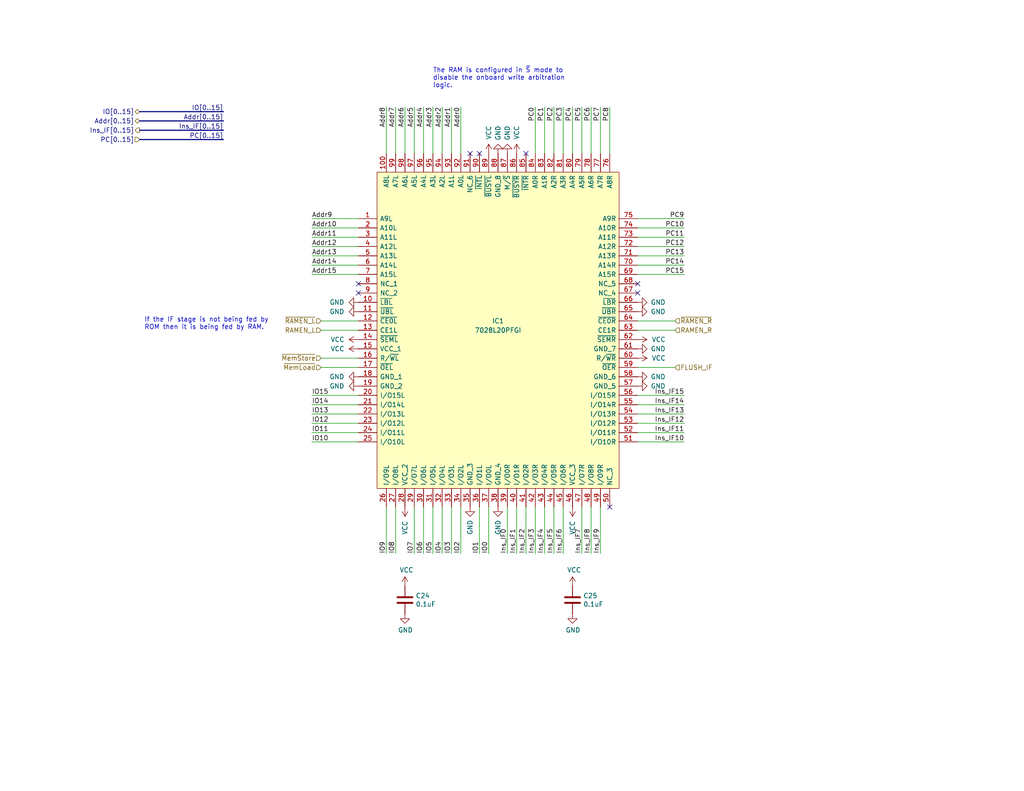
<source format=kicad_sch>
(kicad_sch (version 20250114) (generator "eeschema") (generator_version "9.0")
  (paper "USLetter")
  (title_block (title "Turtle16: RAM") (date "2023-11-25") (rev "A") (comment 3 "instruction on the second read port.") (comment 4 "RAM is implemented with a 64K x 16 dual port SRAM so that the IF stage can fetch an"))
  (lib_symbols
    (symbol "Device:C" (pin_numbers (hide yes)) (pin_names (offset 0.254))
      (property "Reference" "C" (at 0.635 2.54 0))
      (property "Value" "C" (at 0.635 -2.54 0))
      (symbol "C_0_1"
        (polyline (pts (xy -2.032 0.762) (xy 2.032 0.762)) (stroke (width 0.508)))
        (polyline (pts (xy -2.032 -0.762) (xy 2.032 -0.762)) (stroke (width 0.508)))
      )
      (symbol "C_1_1"
        (pin passive line (at 0 3.81 270) (length 2.794) (name "~") (number "1"))
        (pin passive line (at 0 -3.81 90) (length 2.794) (name "~") (number "2"))
      )
    )
    (symbol "Turtle16:7028L20PFGI" (pin_names (offset 0.762))
      (property "Reference" "U" (at 38.1 -27.94 0))
      (property "Value" "7028L20PFGI" (at 38.1 -30.48 0))
      (symbol "7028L20PFGI_0_0"
        (pin passive line (at 0 0 0) (length 5.08) (name "A9L") (number "1"))
        (pin passive line (at 0 -2.54 0) (length 5.08) (name "A10L") (number "2"))
        (pin passive line (at 0 -5.08 0) (length 5.08) (name "A11L") (number "3"))
        (pin passive line (at 0 -7.62 0) (length 5.08) (name "A12L") (number "4"))
        (pin passive line (at 0 -10.16 0) (length 5.08) (name "A13L") (number "5"))
        (pin passive line (at 0 -12.7 0) (length 5.08) (name "A14L") (number "6"))
        (pin passive line (at 0 -15.24 0) (length 5.08) (name "A15L") (number "7"))
        (pin passive line (at 0 -17.78 0) (length 5.08) (name "NC_1") (number "8"))
        (pin passive line (at 0 -20.32 0) (length 5.08) (name "NC_2") (number "9"))
        (pin passive line (at 0 -22.86 0) (length 5.08) (name "~{LBL}") (number "10"))
        (pin passive line (at 0 -25.4 0) (length 5.08) (name "~{UBL}") (number "11"))
        (pin passive line (at 0 -27.94 0) (length 5.08) (name "~{CE0L}") (number "12"))
        (pin passive line (at 0 -30.48 0) (length 5.08) (name "CE1L") (number "13"))
        (pin passive line (at 0 -33.02 0) (length 5.08) (name "~{SEML}") (number "14"))
        (pin passive line (at 0 -35.56 0) (length 5.08) (name "VCC_1") (number "15"))
        (pin passive line (at 0 -38.1 0) (length 5.08) (name "R/~{WL}") (number "16"))
        (pin passive line (at 0 -40.64 0) (length 5.08) (name "~{OEL}") (number "17"))
        (pin passive line (at 0 -43.18 0) (length 5.08) (name "GND_1") (number "18"))
        (pin passive line (at 0 -45.72 0) (length 5.08) (name "GND_2") (number "19"))
        (pin passive line (at 0 -48.26 0) (length 5.08) (name "I/O15L") (number "20"))
        (pin passive line (at 0 -50.8 0) (length 5.08) (name "I/O14L") (number "21"))
        (pin passive line (at 0 -53.34 0) (length 5.08) (name "I/O13L") (number "22"))
        (pin passive line (at 0 -55.88 0) (length 5.08) (name "I/O12L") (number "23"))
        (pin passive line (at 0 -58.42 0) (length 5.08) (name "I/O11L") (number "24"))
        (pin passive line (at 0 -60.96 0) (length 5.08) (name "I/O10L") (number "25"))
        (pin passive line (at 7.62 17.78 270) (length 5.08) (name "A8L") (number "100"))
        (pin passive line (at 7.62 -78.74 90) (length 5.08) (name "I/O9L") (number "26"))
        (pin passive line (at 10.16 17.78 270) (length 5.08) (name "A7L") (number "99"))
        (pin passive line (at 10.16 -78.74 90) (length 5.08) (name "I/O8L") (number "27"))
        (pin passive line (at 12.7 17.78 270) (length 5.08) (name "A6L") (number "98"))
        (pin passive line (at 12.7 -78.74 90) (length 5.08) (name "VCC_2") (number "28"))
        (pin passive line (at 15.24 17.78 270) (length 5.08) (name "A5L") (number "97"))
        (pin passive line (at 15.24 -78.74 90) (length 5.08) (name "I/O7L") (number "29"))
        (pin passive line (at 17.78 17.78 270) (length 5.08) (name "A4L") (number "96"))
        (pin passive line (at 17.78 -78.74 90) (length 5.08) (name "I/O6L") (number "30"))
        (pin passive line (at 20.32 17.78 270) (length 5.08) (name "A3L") (number "95"))
        (pin passive line (at 20.32 -78.74 90) (length 5.08) (name "I/O5L") (number "31"))
        (pin passive line (at 22.86 17.78 270) (length 5.08) (name "A2L") (number "94"))
        (pin passive line (at 22.86 -78.74 90) (length 5.08) (name "I/O4L") (number "32"))
        (pin passive line (at 25.4 17.78 270) (length 5.08) (name "A1L") (number "93"))
        (pin passive line (at 25.4 -78.74 90) (length 5.08) (name "I/O3L") (number "33"))
        (pin passive line (at 27.94 17.78 270) (length 5.08) (name "A0L") (number "92"))
        (pin passive line (at 27.94 -78.74 90) (length 5.08) (name "I/O2L") (number "34"))
        (pin passive line (at 30.48 17.78 270) (length 5.08) (name "NC_6") (number "91"))
        (pin passive line (at 30.48 -78.74 90) (length 5.08) (name "GND_3") (number "35"))
        (pin passive line (at 33.02 17.78 270) (length 5.08) (name "~{INTL}") (number "90"))
        (pin passive line (at 33.02 -78.74 90) (length 5.08) (name "I/O1L") (number "36"))
        (pin passive line (at 35.56 17.78 270) (length 5.08) (name "~{BUSYL}") (number "89"))
        (pin passive line (at 35.56 -78.74 90) (length 5.08) (name "I/O0L") (number "37"))
        (pin passive line (at 38.1 17.78 270) (length 5.08) (name "GND_8") (number "88"))
        (pin passive line (at 38.1 -78.74 90) (length 5.08) (name "GND_4") (number "38"))
        (pin passive line (at 40.64 17.78 270) (length 5.08) (name "M/~{S}") (number "87"))
        (pin passive line (at 40.64 -78.74 90) (length 5.08) (name "I/O0R") (number "39"))
        (pin passive line (at 43.18 17.78 270) (length 5.08) (name "~{BUSYR}") (number "86"))
        (pin passive line (at 43.18 -78.74 90) (length 5.08) (name "I/O1R") (number "40"))
        (pin passive line (at 45.72 17.78 270) (length 5.08) (name "~{INTR}") (number "85"))
        (pin passive line (at 45.72 -78.74 90) (length 5.08) (name "I/O2R") (number "41"))
        (pin passive line (at 48.26 17.78 270) (length 5.08) (name "A0R") (number "84"))
        (pin passive line (at 48.26 -78.74 90) (length 5.08) (name "I/O3R") (number "42"))
        (pin passive line (at 50.8 17.78 270) (length 5.08) (name "A1R") (number "83"))
        (pin passive line (at 50.8 -78.74 90) (length 5.08) (name "I/O4R") (number "43"))
        (pin passive line (at 53.34 17.78 270) (length 5.08) (name "A2R") (number "82"))
        (pin passive line (at 53.34 -78.74 90) (length 5.08) (name "I/O5R") (number "44"))
        (pin passive line (at 55.88 17.78 270) (length 5.08) (name "A3R") (number "81"))
        (pin passive line (at 55.88 -78.74 90) (length 5.08) (name "I/O6R") (number "45"))
        (pin passive line (at 58.42 17.78 270) (length 5.08) (name "A4R") (number "80"))
        (pin passive line (at 58.42 -78.74 90) (length 5.08) (name "VCC_3") (number "46"))
        (pin passive line (at 60.96 17.78 270) (length 5.08) (name "A5R") (number "79"))
        (pin passive line (at 60.96 -78.74 90) (length 5.08) (name "I/O7R") (number "47"))
        (pin passive line (at 63.5 17.78 270) (length 5.08) (name "A6R") (number "78"))
        (pin passive line (at 63.5 -78.74 90) (length 5.08) (name "I/O8R") (number "48"))
        (pin passive line (at 66.04 17.78 270) (length 5.08) (name "A7R") (number "77"))
        (pin passive line (at 66.04 -78.74 90) (length 5.08) (name "I/O9R") (number "49"))
        (pin passive line (at 68.58 17.78 270) (length 5.08) (name "A8R") (number "76"))
        (pin passive line (at 68.58 -78.74 90) (length 5.08) (name "NC_3") (number "50"))
        (pin passive line (at 76.2 0 180) (length 5.08) (name "A9R") (number "75"))
        (pin passive line (at 76.2 -2.54 180) (length 5.08) (name "A10R") (number "74"))
        (pin passive line (at 76.2 -5.08 180) (length 5.08) (name "A11R") (number "73"))
        (pin passive line (at 76.2 -7.62 180) (length 5.08) (name "A12R") (number "72"))
        (pin passive line (at 76.2 -10.16 180) (length 5.08) (name "A13R") (number "71"))
        (pin passive line (at 76.2 -12.7 180) (length 5.08) (name "A14R") (number "70"))
        (pin passive line (at 76.2 -15.24 180) (length 5.08) (name "A15R") (number "69"))
        (pin passive line (at 76.2 -17.78 180) (length 5.08) (name "NC_5") (number "68"))
        (pin passive line (at 76.2 -20.32 180) (length 5.08) (name "NC_4") (number "67"))
        (pin passive line (at 76.2 -22.86 180) (length 5.08) (name "~{LBR}") (number "66"))
        (pin passive line (at 76.2 -25.4 180) (length 5.08) (name "~{UBR}") (number "65"))
        (pin passive line (at 76.2 -27.94 180) (length 5.08) (name "~{CE0R}") (number "64"))
        (pin passive line (at 76.2 -30.48 180) (length 5.08) (name "CE1R") (number "63"))
        (pin passive line (at 76.2 -33.02 180) (length 5.08) (name "~{SEMR}") (number "62"))
        (pin passive line (at 76.2 -35.56 180) (length 5.08) (name "GND_7") (number "61"))
        (pin passive line (at 76.2 -38.1 180) (length 5.08) (name "R/~{WR}") (number "60"))
        (pin passive line (at 76.2 -40.64 180) (length 5.08) (name "~{OER}") (number "59"))
        (pin passive line (at 76.2 -43.18 180) (length 5.08) (name "GND_6") (number "58"))
        (pin passive line (at 76.2 -45.72 180) (length 5.08) (name "GND_5") (number "57"))
        (pin passive line (at 76.2 -48.26 180) (length 5.08) (name "I/O15R") (number "56"))
        (pin passive line (at 76.2 -50.8 180) (length 5.08) (name "I/O14R") (number "55"))
        (pin passive line (at 76.2 -53.34 180) (length 5.08) (name "I/O13R") (number "54"))
        (pin passive line (at 76.2 -55.88 180) (length 5.08) (name "I/O12R") (number "53"))
        (pin passive line (at 76.2 -58.42 180) (length 5.08) (name "I/O11R") (number "52"))
        (pin passive line (at 76.2 -60.96 180) (length 5.08) (name "I/O10R") (number "51"))
      )
      (symbol "7028L20PFGI_0_1"
        (polyline (pts (xy 5.08 12.7) (xy 71.12 12.7) (xy 71.12 -73.66) (xy 5.08 -73.66) (xy 5.08 12.7)) (stroke (width 0.1524)) (fill (type background)))
      )
    )
    (symbol "power:GND" (power) (pin_names (offset 0))
      (property "Value" "GND" (at 0 -3.81 0))
      (symbol "GND_0_1"
        (polyline (pts (xy 0 0) (xy 0 -1.27) (xy 1.27 -1.27) (xy 0 -2.54) (xy -1.27 -1.27) (xy 0 -1.27)))
      )
      (symbol "GND_1_1"
        (pin power_in line (at 0 0 270) (length 0) (hide yes) (name "GND") (number "1"))
      )
    )
    (symbol "power:VCC" (power) (pin_names (offset 0))
      (property "Value" "VCC" (at 0 3.81 0))
      (symbol "VCC_0_1"
        (polyline (pts (xy -0.762 1.27) (xy 0 2.54)))
        (polyline (pts (xy 0 2.54) (xy 0.762 1.27)))
        (polyline (pts (xy 0 0) (xy 0 2.54)))
      )
      (symbol "VCC_1_1"
        (pin power_in line (at 0 0 90) (length 0) (hide yes) (name "VCC") (number "1"))
      )
    )
  )
  (text "The RAM is configured in ~{S} mode to\ndisable the onboard write arbitration\nlogic." (at 118.11 24.13 0) (effects (font (size 1.27 1.27)) (justify left bottom)))
  (text "If the IF stage is not being fed by\nROM then it is being fed by RAM." (at 39.37 90.17 0) (effects (font (size 1.27 1.27)) (justify left bottom)))
  (no_connect (at 143.51 41.91))
  (no_connect (at 130.81 41.91))
  (no_connect (at 97.79 77.47))
  (no_connect (at 97.79 80.01))
  (no_connect (at 166.37 138.43))
  (no_connect (at 128.27 41.91))
  (no_connect (at 173.99 77.47))
  (no_connect (at 173.99 80.01))
  (wire (pts (xy 166.37 29.21) (xy 166.37 41.91)))
  (wire (pts (xy 186.69 120.65) (xy 173.99 120.65)))
  (wire (pts (xy 85.09 107.95) (xy 97.79 107.95)))
  (wire (pts (xy 184.15 87.63) (xy 173.99 87.63)))
  (wire (pts (xy 120.65 151.13) (xy 120.65 138.43)))
  (wire (pts (xy 130.81 151.13) (xy 130.81 138.43)))
  (wire (pts (xy 153.67 151.13) (xy 153.67 138.43)))
  (wire (pts (xy 110.49 29.21) (xy 110.49 41.91)))
  (wire (pts (xy 118.11 151.13) (xy 118.11 138.43)))
  (bus (pts (xy 38.1 35.56) (xy 60.96 35.56)))
  (wire (pts (xy 105.41 29.21) (xy 105.41 41.91)))
  (wire (pts (xy 153.67 29.21) (xy 153.67 41.91)))
  (wire (pts (xy 148.59 29.21) (xy 148.59 41.91)))
  (wire (pts (xy 186.69 118.11) (xy 173.99 118.11)))
  (wire (pts (xy 85.09 62.23) (xy 97.79 62.23)))
  (wire (pts (xy 85.09 72.39) (xy 97.79 72.39)))
  (wire (pts (xy 85.09 113.03) (xy 97.79 113.03)))
  (wire (pts (xy 115.57 151.13) (xy 115.57 138.43)))
  (wire (pts (xy 186.69 72.39) (xy 173.99 72.39)))
  (wire (pts (xy 161.29 151.13) (xy 161.29 138.43)))
  (wire (pts (xy 158.75 29.21) (xy 158.75 41.91)))
  (wire (pts (xy 85.09 67.31) (xy 97.79 67.31)))
  (wire (pts (xy 186.69 69.85) (xy 173.99 69.85)))
  (wire (pts (xy 186.69 64.77) (xy 173.99 64.77)))
  (wire (pts (xy 186.69 74.93) (xy 173.99 74.93)))
  (wire (pts (xy 133.35 151.13) (xy 133.35 138.43)))
  (wire (pts (xy 107.95 151.13) (xy 107.95 138.43)))
  (wire (pts (xy 115.57 29.21) (xy 115.57 41.91)))
  (wire (pts (xy 87.63 90.17) (xy 97.79 90.17)))
  (wire (pts (xy 163.83 151.13) (xy 163.83 138.43)))
  (wire (pts (xy 85.09 115.57) (xy 97.79 115.57)))
  (wire (pts (xy 156.21 29.21) (xy 156.21 41.91)))
  (wire (pts (xy 85.09 64.77) (xy 97.79 64.77)))
  (wire (pts (xy 123.19 29.21) (xy 123.19 41.91)))
  (wire (pts (xy 118.11 29.21) (xy 118.11 41.91)))
  (wire (pts (xy 184.15 90.17) (xy 173.99 90.17)))
  (wire (pts (xy 186.69 62.23) (xy 173.99 62.23)))
  (wire (pts (xy 186.69 115.57) (xy 173.99 115.57)))
  (wire (pts (xy 107.95 29.21) (xy 107.95 41.91)))
  (wire (pts (xy 186.69 67.31) (xy 173.99 67.31)))
  (wire (pts (xy 158.75 151.13) (xy 158.75 138.43)))
  (wire (pts (xy 113.03 151.13) (xy 113.03 138.43)))
  (bus (pts (xy 38.1 38.1) (xy 60.96 38.1)))
  (wire (pts (xy 186.69 107.95) (xy 173.99 107.95)))
  (wire (pts (xy 85.09 120.65) (xy 97.79 120.65)))
  (wire (pts (xy 123.19 151.13) (xy 123.19 138.43)))
  (wire (pts (xy 161.29 29.21) (xy 161.29 41.91)))
  (wire (pts (xy 151.13 29.21) (xy 151.13 41.91)))
  (wire (pts (xy 85.09 74.93) (xy 97.79 74.93)))
  (wire (pts (xy 105.41 151.13) (xy 105.41 138.43)))
  (wire (pts (xy 87.63 97.79) (xy 97.79 97.79)))
  (wire (pts (xy 163.83 29.21) (xy 163.83 41.91)))
  (wire (pts (xy 148.59 151.13) (xy 148.59 138.43)))
  (wire (pts (xy 140.97 151.13) (xy 140.97 138.43)))
  (wire (pts (xy 113.03 29.21) (xy 113.03 41.91)))
  (wire (pts (xy 186.69 110.49) (xy 173.99 110.49)))
  (wire (pts (xy 125.73 29.21) (xy 125.73 41.91)))
  (wire (pts (xy 85.09 118.11) (xy 97.79 118.11)))
  (wire (pts (xy 146.05 29.21) (xy 146.05 41.91)))
  (wire (pts (xy 120.65 29.21) (xy 120.65 41.91)))
  (wire (pts (xy 85.09 69.85) (xy 97.79 69.85)))
  (wire (pts (xy 143.51 151.13) (xy 143.51 138.43)))
  (wire (pts (xy 85.09 110.49) (xy 97.79 110.49)))
  (wire (pts (xy 151.13 151.13) (xy 151.13 138.43)))
  (wire (pts (xy 146.05 151.13) (xy 146.05 138.43)))
  (wire (pts (xy 184.15 100.33) (xy 173.99 100.33)))
  (bus (pts (xy 38.1 30.48) (xy 60.96 30.48)))
  (wire (pts (xy 125.73 151.13) (xy 125.73 138.43)))
  (wire (pts (xy 87.63 100.33) (xy 97.79 100.33)))
  (bus (pts (xy 38.1 33.02) (xy 60.96 33.02)))
  (wire (pts (xy 87.63 87.63) (xy 97.79 87.63)))
  (wire (pts (xy 186.69 113.03) (xy 173.99 113.03)))
  (wire (pts (xy 85.09 59.69) (xy 97.79 59.69)))
  (wire (pts (xy 186.69 59.69) (xy 173.99 59.69)))
  (wire (pts (xy 138.43 151.13) (xy 138.43 138.43)))
  (label "Ins_IF8" (at 161.29 151.13 90))
  (label "Ins_IF1" (at 140.97 151.13 90))
  (label "Addr0" (at 125.73 29.21 270))
  (label "IO0" (at 133.35 151.13 90))
  (label "Ins_IF4" (at 148.59 151.13 90))
  (label "PC1" (at 148.59 29.21 270))
  (label "IO5" (at 118.11 151.13 90))
  (label "Ins_IF7" (at 158.75 151.13 90))
  (label "IO2" (at 125.73 151.13 90))
  (label "Addr2" (at 120.65 29.21 270))
  (label "IO[0..15]" (at 60.96 30.48 180))
  (label "Ins_IF3" (at 146.05 151.13 90))
  (label "Ins_IF14" (at 186.69 110.49 180))
  (label "Ins_IF6" (at 153.67 151.13 90))
  (label "Ins_IF11" (at 186.69 118.11 180))
  (label "IO14" (at 85.09 110.49 0))
  (label "PC7" (at 163.83 29.21 270))
  (label "PC13" (at 186.69 69.85 180))
  (label "PC15" (at 186.69 74.93 180))
  (label "Ins_IF12" (at 186.69 115.57 180))
  (label "Addr9" (at 85.09 59.69 0))
  (label "Addr6" (at 110.49 29.21 270))
  (label "Addr13" (at 85.09 69.85 0))
  (label "PC[0..15]" (at 60.96 38.1 180))
  (label "Addr7" (at 107.95 29.21 270))
  (label "IO13" (at 85.09 113.03 0))
  (label "PC4" (at 156.21 29.21 270))
  (label "Ins_IF15" (at 186.69 107.95 180))
  (label "Addr14" (at 85.09 72.39 0))
  (label "Addr11" (at 85.09 64.77 0))
  (label "Ins_IF0" (at 138.43 151.13 90))
  (label "IO1" (at 130.81 151.13 90))
  (label "IO15" (at 85.09 107.95 0))
  (label "Ins_IF[0..15]" (at 60.96 35.56 180))
  (label "Addr15" (at 85.09 74.93 0))
  (label "PC9" (at 186.69 59.69 180))
  (label "Ins_IF2" (at 143.51 151.13 90))
  (label "Ins_IF10" (at 186.69 120.65 180))
  (label "IO8" (at 107.95 151.13 90))
  (label "IO6" (at 115.57 151.13 90))
  (label "Ins_IF5" (at 151.13 151.13 90))
  (label "Ins_IF9" (at 163.83 151.13 90))
  (label "PC5" (at 158.75 29.21 270))
  (label "IO7" (at 113.03 151.13 90))
  (label "Addr12" (at 85.09 67.31 0))
  (label "Addr1" (at 123.19 29.21 270))
  (label "Addr10" (at 85.09 62.23 0))
  (label "IO11" (at 85.09 118.11 0))
  (label "PC2" (at 151.13 29.21 270))
  (label "PC0" (at 146.05 29.21 270))
  (label "PC6" (at 161.29 29.21 270))
  (label "Ins_IF13" (at 186.69 113.03 180))
  (label "IO4" (at 120.65 151.13 90))
  (label "PC10" (at 186.69 62.23 180))
  (label "Addr3" (at 118.11 29.21 270))
  (label "PC3" (at 153.67 29.21 270))
  (label "PC14" (at 186.69 72.39 180))
  (label "IO12" (at 85.09 115.57 0))
  (label "Addr[0..15]" (at 60.96 33.02 180))
  (label "Addr4" (at 115.57 29.21 270))
  (label "Addr5" (at 113.03 29.21 270))
  (label "PC11" (at 186.69 64.77 180))
  (label "Addr8" (at 105.41 29.21 270))
  (label "IO3" (at 123.19 151.13 90))
  (label "PC12" (at 186.69 67.31 180))
  (label "PC8" (at 166.37 29.21 270))
  (label "IO9" (at 105.41 151.13 90))
  (label "IO10" (at 85.09 120.65 0))
  (hierarchical_label "~{RAMEN_R}" (shape input) (at 184.15 87.63 0))
  (hierarchical_label "IO[0..15]" (shape tri_state) (at 38.1 30.48 180))
  (hierarchical_label "RAMEN_R" (shape input) (at 184.15 90.17 0))
  (hierarchical_label "PC[0..15]" (shape input) (at 38.1 38.1 180))
  (hierarchical_label "FLUSH_IF" (shape input) (at 184.15 100.33 0))
  (hierarchical_label "~{RAMEN_L}" (shape input) (at 87.63 87.63 180))
  (hierarchical_label "Addr[0..15]" (shape tri_state) (at 38.1 33.02 180))
  (hierarchical_label "RAMEN_L" (shape input) (at 87.63 90.17 180))
  (hierarchical_label "Ins_IF[0..15]" (shape output) (at 38.1 35.56 180))
  (hierarchical_label "~{MemStore}" (shape input) (at 87.63 97.79 180))
  (hierarchical_label "~{MemLoad}" (shape input) (at 87.63 100.33 180))
  (symbol (lib_id "power:GND") (at 135.89 138.43 0) (unit 1)
    (property "Reference" "#PWR0134" (effects (hide yes)))
    (property "Value" "GND" (at 135.89 146.05 90) (effects (justify left)))
  )
  (symbol (lib_id "power:VCC") (at 156.21 138.43 0) (mirror x) (unit 1)
    (property "Reference" "#PWR0137" (effects (hide yes)))
    (property "Value" "VCC" (at 156.21 146.05 90) (effects (justify right)))
  )
  (symbol (lib_id "power:VCC") (at 133.35 41.91 0) (mirror y) (unit 1)
    (property "Reference" "#PWR0132" (effects (hide yes)))
    (property "Value" "VCC" (at 133.35 34.29 90) (effects (justify right)))
  )
  (symbol (lib_id "power:GND") (at 173.99 95.25 90) (unit 1)
    (property "Reference" "#PWR0143" (effects (hide yes)))
    (property "Value" "GND" (at 181.61 95.25 90) (effects (justify left)))
  )
  (symbol (lib_id "power:GND") (at 110.49 167.64 0) (unit 1)
    (property "Reference" "#PWR0130" (effects (hide yes)))
    (property "Value" "GND" (at 110.617 172.0342 0))
  )
  (symbol (lib_id "Device:C") (at 110.49 163.83 0) (unit 1)
    (property "Reference" "C24" (at 113.411 162.6616 0) (effects (justify left)))
    (property "Value" "0.1uF" (at 113.411 164.973 0) (effects (justify left)))
    (property "Footprint" "Capacitor_SMD:C_0603_1608Metric" (effects (hide yes)))
    (property "Datasheet" "https://www.mouser.com/datasheet/2/396/taiyo_yuden_12132018_mlcc11_hq_e-1510082.pdf" (effects (hide yes)))
    (property "Manufacturer" "Taiyo Yuden" (effects (hide yes)))
    (property "Manufacturer#" "EMK107B7104KAHT" (effects (hide yes)))
    (property "Mouser#" "963-EMK107B7104KAHT" (effects (hide yes)))
    (property "Digikey#" "587-6004-1-ND" (effects (hide yes)))
  )
  (symbol (lib_id "power:VCC") (at 173.99 92.71 270) (mirror x) (unit 1)
    (property "Reference" "#PWR0142" (effects (hide yes)))
    (property "Value" "VCC" (at 177.8 92.7099 90) (effects (justify left)))
  )
  (symbol (lib_id "power:VCC") (at 97.79 92.71 90) (mirror x) (unit 1)
    (property "Reference" "#PWR0124" (effects (hide yes)))
    (property "Value" "VCC" (at 90.17 92.71 90) (effects (justify right)))
  )
  (symbol (lib_id "power:VCC") (at 97.79 95.25 90) (mirror x) (unit 1)
    (property "Reference" "#PWR0125" (effects (hide yes)))
    (property "Value" "VCC" (at 90.17 95.25 90) (effects (justify right)))
  )
  (symbol (lib_id "power:GND") (at 173.99 82.55 90) (unit 1)
    (property "Reference" "#PWR0140" (effects (hide yes)))
    (property "Value" "GND" (at 181.61 82.55 90) (effects (justify left)))
  )
  (symbol (lib_id "power:GND") (at 173.99 102.87 90) (unit 1)
    (property "Reference" "#PWR0145" (effects (hide yes)))
    (property "Value" "GND" (at 181.61 102.87 90) (effects (justify left)))
  )
  (symbol (lib_id "power:GND") (at 156.21 167.64 0) (unit 1)
    (property "Reference" "#PWR0139" (effects (hide yes)))
    (property "Value" "GND" (at 156.337 172.0342 0))
  )
  (symbol (lib_id "power:VCC") (at 156.21 160.02 0) (unit 1)
    (property "Reference" "#PWR0138" (effects (hide yes)))
    (property "Value" "VCC" (at 156.6418 155.6258 0))
  )
  (symbol (lib_id "power:GND") (at 97.79 102.87 270) (unit 1)
    (property "Reference" "#PWR0126" (effects (hide yes)))
    (property "Value" "GND" (at 93.98 102.8699 90) (effects (justify right)))
  )
  (symbol (lib_id "Turtle16:7028L20PFGI") (at 97.79 59.69 0) (unit 1)
    (property "Reference" "IC1" (at 135.89 87.63 0))
    (property "Value" "7028L20PFGI" (at 135.89 90.17 0))
    (property "Footprint" "Package_QFP:TQFP-100_14x14mm_P0.5mm" (effects (hide yes)))
    (property "Datasheet" "https://www.idt.com/document/dst/7028-data-sheet" (effects (hide yes)))
    (property "Manufacturer" "Renesas Electronics Corporation" (effects (hide yes)))
    (property "Manufacturer#" "7028L20PFGI" (effects (hide yes)))
    (property "Mouser#" "972-7028L20PFGI" (effects (hide yes)))
    (property "Digikey#" "800-3936-ND" (effects (hide yes)))
  )
  (symbol (lib_id "power:VCC") (at 140.97 41.91 0) (mirror y) (unit 1)
    (property "Reference" "#PWR0136" (effects (hide yes)))
    (property "Value" "VCC" (at 140.97 34.29 90) (effects (justify right)))
  )
  (symbol (lib_id "power:GND") (at 97.79 82.55 270) (unit 1)
    (property "Reference" "#PWR0122" (effects (hide yes)))
    (property "Value" "GND" (at 93.98 82.5499 90) (effects (justify right)))
  )
  (symbol (lib_id "power:GND") (at 97.79 105.41 270) (unit 1)
    (property "Reference" "#PWR0127" (effects (hide yes)))
    (property "Value" "GND" (at 93.98 105.4099 90) (effects (justify right)))
  )
  (symbol (lib_id "power:VCC") (at 110.49 138.43 0) (mirror x) (unit 1)
    (property "Reference" "#PWR0128" (effects (hide yes)))
    (property "Value" "VCC" (at 110.49 146.05 90) (effects (justify right)))
  )
  (symbol (lib_id "power:GND") (at 135.89 41.91 180) (unit 1)
    (property "Reference" "#PWR0133" (effects (hide yes)))
    (property "Value" "GND" (at 135.89 34.29 90) (effects (justify left)))
  )
  (symbol (lib_id "power:VCC") (at 173.99 97.79 270) (mirror x) (unit 1)
    (property "Reference" "#PWR0144" (effects (hide yes)))
    (property "Value" "VCC" (at 177.8 97.7899 90) (effects (justify left)))
  )
  (symbol (lib_id "Device:C") (at 156.21 163.83 0) (unit 1)
    (property "Reference" "C25" (at 159.131 162.6616 0) (effects (justify left)))
    (property "Value" "0.1uF" (at 159.131 164.973 0) (effects (justify left)))
    (property "Footprint" "Capacitor_SMD:C_0603_1608Metric" (effects (hide yes)))
    (property "Datasheet" "https://www.mouser.com/datasheet/2/396/taiyo_yuden_12132018_mlcc11_hq_e-1510082.pdf" (effects (hide yes)))
    (property "Manufacturer" "Taiyo Yuden" (effects (hide yes)))
    (property "Manufacturer#" "EMK107B7104KAHT" (effects (hide yes)))
    (property "Mouser#" "963-EMK107B7104KAHT" (effects (hide yes)))
    (property "Digikey#" "587-6004-1-ND" (effects (hide yes)))
  )
  (symbol (lib_id "power:GND") (at 97.79 85.09 270) (unit 1)
    (property "Reference" "#PWR0123" (effects (hide yes)))
    (property "Value" "GND" (at 93.98 85.0899 90) (effects (justify right)))
  )
  (symbol (lib_id "power:VCC") (at 110.49 160.02 0) (unit 1)
    (property "Reference" "#PWR0129" (effects (hide yes)))
    (property "Value" "VCC" (at 110.9218 155.6258 0))
  )
  (symbol (lib_id "power:GND") (at 173.99 105.41 90) (unit 1)
    (property "Reference" "#PWR0146" (effects (hide yes)))
    (property "Value" "GND" (at 181.61 105.41 90) (effects (justify left)))
  )
  (symbol (lib_id "power:GND") (at 138.43 41.91 180) (unit 1)
    (property "Reference" "#PWR0135" (effects (hide yes)))
    (property "Value" "GND" (at 138.43 34.29 90) (effects (justify left)))
  )
  (symbol (lib_id "power:GND") (at 173.99 85.09 90) (unit 1)
    (property "Reference" "#PWR0141" (effects (hide yes)))
    (property "Value" "GND" (at 181.61 85.09 90) (effects (justify left)))
  )
  (symbol (lib_id "power:GND") (at 128.27 138.43 0) (unit 1)
    (property "Reference" "#PWR0131" (effects (hide yes)))
    (property "Value" "GND" (at 128.27 146.05 90) (effects (justify left)))
  )
)
</source>
